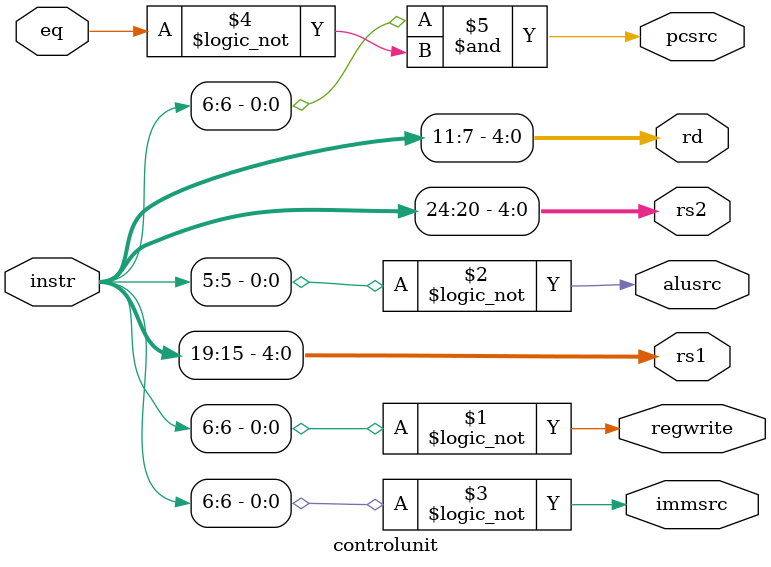
<source format=sv>
module controlunit #(
    parameter   I_WIDTH = 32,
                A_WIDTH = 5
)(
    //inputs:
    input logic [I_WIDTH-1 : 0] instr, //intsruction word
    input logic eq, //reads output from ALU
    //register addresses:
    output logic [A_WIDTH-1 : 0] rs1, // input register 1
    output logic [A_WIDTH-1 : 0] rs2, //input register 2
    output logic [A_WIDTH-1 : 0] rd, //destination register
    //control signals:
    output logic regwrite, //write enable for register file
    output logic alusrc,  //source control for ALU whether it should use register data or immediate data
    output logic immsrc, //decides how to construct the immediate...whether it is from branch or imm type operation
    output logic pcsrc //whether we jump or not (is eq signal high or low?)
);
//register address outputs
assign rs1 = instr[19:15];
assign rs2 = instr[24:20];
assign rd = instr[11:7];
//control signals
assign regwrite = ! instr[6];
assign alusrc = ! instr[5];
assign immsrc = ! instr[6]; // if high then I type else B type 
assign pcsrc = instr[6] & !eq;

endmodule

</source>
